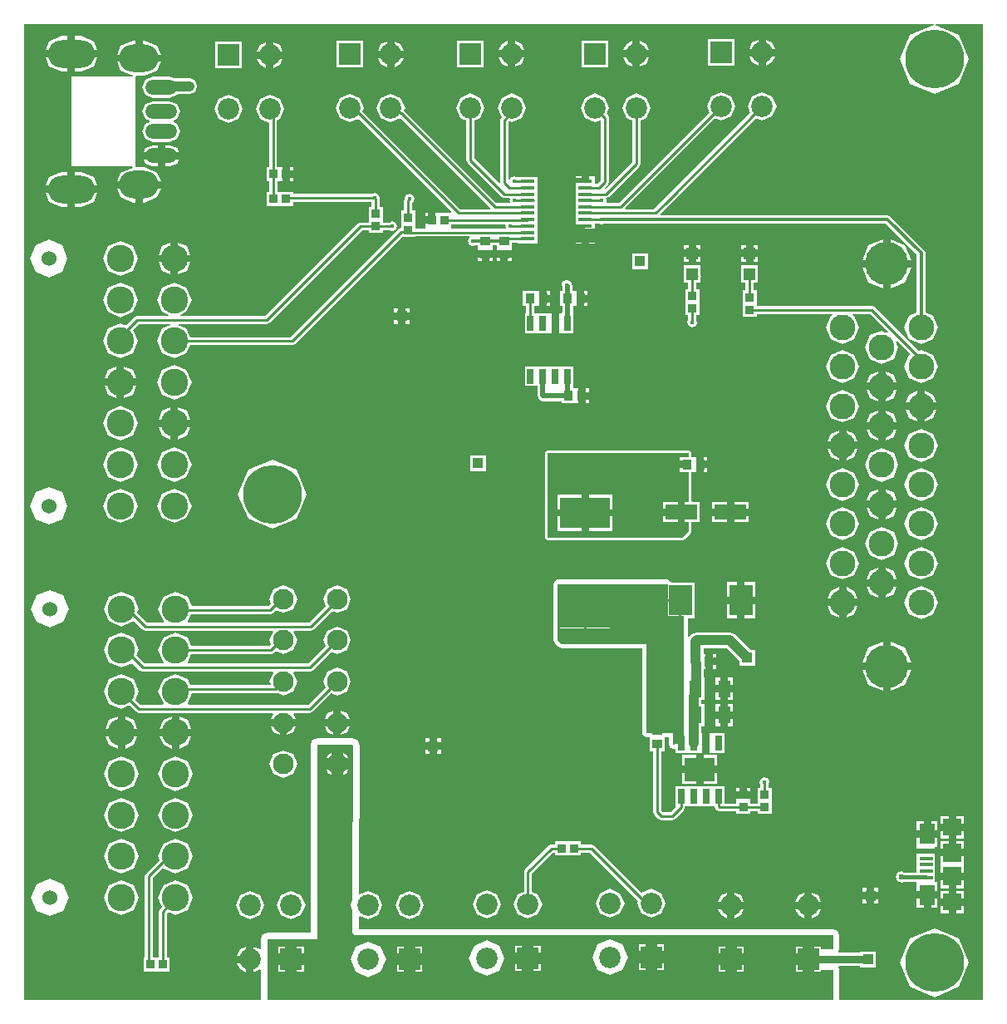
<source format=gtl>
%FSTAX23Y23*%
%MOIN*%
%SFA1B1*%

%IPPOS*%
%ADD13C,0.010000*%
%ADD14R,0.096460X0.124020*%
%ADD15R,0.025590X0.059060*%
%ADD16R,0.058070X0.017720*%
%ADD17R,0.200790X0.124020*%
%ADD18R,0.053150X0.015750*%
%ADD19R,0.062990X0.082680*%
%ADD20R,0.074800X0.070870*%
%ADD21R,0.074800X0.074800*%
%ADD22O,0.127950X0.059060*%
%ADD23R,0.122050X0.094490*%
%ADD24R,0.037400X0.033470*%
%ADD25R,0.047240X0.047240*%
%ADD26R,0.033470X0.037400*%
%ADD27R,0.125980X0.062990*%
%ADD28R,0.035430X0.039370*%
%ADD29R,0.039370X0.035430*%
%ADD30R,0.051180X0.070870*%
%ADD31R,0.025590X0.060040*%
%ADD64C,0.019680*%
%ADD65C,0.039370*%
%ADD66C,0.008000*%
%ADD67C,0.011810*%
%ADD68C,0.029530*%
%ADD69C,0.015750*%
%ADD70R,0.085630X0.085630*%
%ADD71C,0.085630*%
%ADD72R,0.043310X0.043310*%
%ADD73C,0.082680*%
%ADD74C,0.109250*%
%ADD75C,0.060040*%
%ADD76C,0.103350*%
%ADD77C,0.173030*%
%ADD78O,0.157480X0.110240*%
%ADD79O,0.188980X0.110240*%
%ADD80C,0.236220*%
%ADD81C,0.017720*%
%ADD82C,0.031500*%
%ADD83C,0.023620*%
%LNmainpcb-1*%
%LPD*%
G36*
X03856Y00008D02*
X0328D01*
Y00128*
X03276Y00139*
X03278Y00143*
X03363*
Y00138*
X03426*
Y00201*
X03363*
Y00196*
X03278*
X03276Y002*
X0328Y00211*
Y00266*
X03273Y00284*
X03255Y00291*
X01355*
X01351Y00295*
X01351Y0034*
X01356Y00343*
X01389Y00329*
X01429Y00346*
X01446Y00386*
X01429Y00426*
X01389Y00443*
X01356Y00429*
X01352Y00432*
X01355Y01027*
X01355Y01027*
X01355Y01027*
X01351Y01036*
X01348Y01045*
X01348Y01045*
X01348Y01045*
X01344Y01049*
X01344Y01049*
X01344Y01049*
X01335Y01053*
X01326Y01056*
X01326Y01056*
X01326Y01056*
X01185*
X01166Y01049*
X01159Y01031*
Y00276*
X00985*
X00966Y00269*
X00959Y00251*
Y00212*
X00954Y0021*
X00929Y00221*
Y0017*
Y00118*
X00954Y00129*
X00959Y00127*
Y00008*
X00008*
Y03921*
X03657*
X03658Y03916*
X03563Y03877*
X03522Y03779*
X03563Y03681*
X03661Y03641*
X03759Y03681*
X03799Y03779*
X03759Y03877*
X03663Y03916*
X03664Y03921*
X03856*
Y00008*
G37*
G36*
X0133Y01027D02*
X01326Y00408D01*
X01317Y00386*
X01326Y00365*
X01326Y00275*
X01335Y00266*
X03255*
Y00211*
X03205*
Y0022*
X03178*
Y0017*
Y00119*
X03205*
Y00128*
X03255*
Y00008*
X00985*
Y00165*
X00986Y0017*
X00985Y00174*
Y00251*
X01185*
Y01031*
X01326*
X0133Y01027*
G37*
%LNmainpcb-2*%
%LPC*%
G36*
X02985Y03857D02*
Y03821D01*
X03021*
X0301Y03846*
X02985Y03857*
G37*
G36*
X02955D02*
X02929Y03846D01*
X02919Y03821*
X02955*
Y03857*
G37*
G36*
X00237Y03872D02*
X00212D01*
Y03816*
X00301*
X00287Y03851*
X00237Y03872*
G37*
G36*
X00183D02*
X00158D01*
X00108Y03851*
X00094Y03816*
X00183*
Y03872*
G37*
G36*
X02479Y03852D02*
Y03816D01*
X02516*
X02505Y03841*
X02479Y03852*
G37*
G36*
X0245D02*
X02424Y03841D01*
X02413Y03816*
X0245*
Y03852*
G37*
G36*
X01979D02*
Y03816D01*
X02016*
X02005Y03841*
X01979Y03852*
G37*
G36*
X0195D02*
X01924Y03841D01*
X01913Y03816*
X0195*
Y03852*
G37*
G36*
X01494Y03851D02*
Y03814D01*
X01531*
X0152Y0384*
X01494Y03851*
G37*
G36*
X01465D02*
X01439Y0384D01*
X01428Y03814*
X01465*
Y03851*
G37*
G36*
X01009Y03847D02*
Y03811D01*
X01046*
X01035Y03836*
X01009Y03847*
G37*
G36*
X0098D02*
X00954Y03836D01*
X00943Y03811*
X0098*
Y03847*
G37*
G36*
X00493Y03854D02*
X00484D01*
Y03798*
X00557*
X00543Y03833*
X00493Y03854*
G37*
G36*
X00455D02*
X00446D01*
X00396Y03833*
X00382Y03798*
X00455*
Y03854*
G37*
G36*
X03021Y03791D02*
X02985D01*
Y03755*
X0301Y03766*
X03021Y03791*
G37*
G36*
X02955D02*
X02919D01*
X02929Y03766*
X02955Y03755*
Y03791*
G37*
G36*
X02857Y03859D02*
X02752D01*
Y03753*
X02857*
Y03859*
G37*
G36*
X02516Y03786D02*
X02479D01*
Y0375*
X02505Y03761*
X02516Y03786*
G37*
G36*
X0245D02*
X02413D01*
X02424Y03761*
X0245Y0375*
Y03786*
G37*
G36*
X02016D02*
X01979D01*
Y0375*
X02005Y03761*
X02016Y03786*
G37*
G36*
X0195D02*
X01913D01*
X01924Y03761*
X0195Y0375*
Y03786*
G37*
G36*
X01531Y03785D02*
X01494D01*
Y03748*
X0152Y03759*
X01531Y03785*
G37*
G36*
X01465D02*
X01428D01*
X01439Y03759*
X01465Y03748*
Y03785*
G37*
G36*
X02352Y03854D02*
X02246D01*
Y03748*
X02352*
Y03854*
G37*
G36*
X01852D02*
X01746D01*
Y03748*
X01852*
Y03854*
G37*
G36*
X01367Y03852D02*
X01261D01*
Y03747*
X01367*
Y03852*
G37*
G36*
X01046Y03781D02*
X01009D01*
Y03745*
X01035Y03756*
X01046Y03781*
G37*
G36*
X0098D02*
X00943D01*
X00954Y03756*
X0098Y03745*
Y03781*
G37*
G36*
X00882Y03849D02*
X00776D01*
Y03743*
X00882*
Y03849*
G37*
G36*
X00301Y03786D02*
X00212D01*
Y03731*
X00237*
X00287Y03751*
X00301Y03786*
G37*
G36*
X00183D02*
X00094D01*
X00108Y03751*
X00158Y03731*
X00183*
Y03786*
G37*
G36*
X00593Y0371D02*
X00524D01*
X00494Y03697*
X00482Y03667*
X00494Y03637*
X00524Y03625*
X00593*
X00623Y03637*
X00624Y03639*
X00671*
X00694Y03648*
X00703Y03671*
X00702Y03673*
X00702Y03675*
X00694Y03694*
X00675Y03702*
X00673Y03702*
X00671Y03703*
X0061*
X00593Y0371*
G37*
G36*
X0297Y03647D02*
X0293Y0363D01*
X02913Y0359*
X02923Y03565*
X02573Y03216*
X02535Y03178*
X02422*
X0242Y03182*
X0278Y03543*
X02805Y03533*
X02845Y03549*
X02862Y0359*
X02845Y0363*
X02805Y03647*
X02764Y0363*
X02748Y0359*
X02758Y03565*
X02396Y03203*
X02347*
X02344Y03208*
X02346Y03213*
X02344Y03218*
X02343Y03222*
X02355Y03227*
X02476Y03348*
X02481Y0336*
Y03534*
X02505Y03544*
X02522Y03585*
X02505Y03625*
X02465Y03642*
X02424Y03625*
X02408Y03585*
X02424Y03544*
X02448Y03534*
Y03366*
X0234Y03257*
X02339Y03258*
X02337Y03263*
X02351Y03276*
X02356Y03288*
Y03544*
X02351Y03556*
X02346Y0356*
X02356Y03585*
X02339Y03625*
X02299Y03642*
X02259Y03625*
X02242Y03585*
X02259Y03544*
X02299Y03528*
X02318Y03535*
X02323Y03532*
Y03294*
X02309Y0328*
X02299*
Y03309*
X02275*
Y0329*
X0226*
Y03283*
X02221*
Y03275*
X02221*
Y03271*
X02221*
Y03245*
Y0322*
Y03194*
Y03169*
Y03129*
X02221*
Y03125*
X02221*
Y03117*
X0226*
Y031*
X02299*
Y0312*
X02316*
X02326Y03116*
X02334Y03119*
X03466*
X0359Y02995*
Y02763*
X0356Y0275*
X0354Y02703*
X0356Y02656*
X03607Y02637*
X03654Y02656*
X03674Y02703*
X03654Y0275*
X03624Y02763*
Y03002*
X03619Y03014*
X03485Y03148*
X03473Y03153*
X02563*
X02561Y03158*
X02596Y03193*
X02946Y03543*
X0297Y03533*
X0301Y03549*
X03027Y0359*
X0301Y0363*
X0297Y03647*
G37*
G36*
X00829Y03637D02*
X00789Y0362D01*
X00772Y0358*
X00789Y03539*
X00829Y03523*
X00869Y03539*
X00886Y0358*
X00869Y0362*
X00829Y03637*
G37*
G36*
X00593Y03611D02*
X00524D01*
X00494Y03599*
X00482Y03569*
X00494Y03539*
X00511Y03532*
Y03527*
X00494Y0352*
X00482Y0349*
X00494Y0346*
X00524Y03448*
X00593*
X00623Y0346*
X00636Y0349*
X00623Y0352*
X00607Y03527*
Y03532*
X00623Y03539*
X00636Y03569*
X00623Y03599*
X00593Y03611*
G37*
G36*
Y03434D02*
X00574D01*
Y03406*
X0063*
X00624Y03422*
X00593Y03434*
G37*
G36*
X00544D02*
X00524D01*
X00494Y03422*
X00488Y03406*
X00544*
Y03434*
G37*
G36*
X0063Y03377D02*
X00574D01*
Y03349*
X00593*
X00624Y03361*
X0063Y03377*
G37*
G36*
X00544D02*
X00488D01*
X00494Y03361*
X00524Y03349*
X00544*
Y03377*
G37*
G36*
X01087Y03348D02*
X01075D01*
Y03334*
X01087*
Y03348*
G37*
G36*
X02245Y03309D02*
X02221D01*
Y03304*
X02245*
Y03309*
G37*
G36*
X01087Y03305D02*
X01075D01*
Y03291*
X01087*
Y03305*
G37*
G36*
X00557Y03769D02*
X0047D01*
X00382*
X00396Y03734*
X00444Y03714*
X00443Y03709*
X00198*
Y0335*
X00443*
X00444Y03345*
X00396Y03325*
X00382Y0329*
X0047*
X00557*
X00543Y03325*
X00493Y03346*
X00457*
X00456Y0335*
Y03351*
Y03708*
Y03709*
X00457Y03713*
X00493*
X00543Y03734*
X00557Y03769*
G37*
G36*
X01965Y03642D02*
X01924Y03625D01*
X01908Y03585*
X01924Y03546*
X01923Y03545*
X01918Y03534*
Y03285*
X01916Y03284*
X01914Y03283*
X01815Y03382*
Y03534*
X01839Y03544*
X01856Y03585*
X01839Y03625*
X01799Y03642*
X01759Y03625*
X01742Y03585*
X01759Y03544*
X01783Y03534*
Y03375*
X01788Y03363*
X01924Y03227*
X01936Y03222*
X01955*
X01958Y03218*
X01956Y03213*
X01958Y03208*
X01955Y03203*
X01903*
X01533Y03574*
X01537Y03583*
X0152Y03623*
X0148Y0364*
X01439Y03623*
X01423Y03583*
X01439Y03543*
X0148Y03526*
X01519Y03542*
X01879Y03182*
X01877Y03178*
X01759*
X01366Y03571*
X01371Y03583*
X01354Y03623*
X01314Y0364*
X01274Y03623*
X01257Y03583*
X01274Y03543*
X01314Y03526*
X0135Y03541*
X01722Y03169*
X01722Y03168*
X01718Y03163*
X01717*
X01671*
Y03163*
X01659*
Y03135*
X01644*
Y0312*
X01617*
Y03106*
X01617Y03101*
X01578*
Y03119*
Y03172*
X01566*
Y03204*
X01569Y03205*
X01575Y0322*
X01569Y03234*
X01555Y0324*
X0154Y03234*
X01534Y0322*
X01535Y03217*
X01533Y03212*
Y03172*
X01521*
Y03119*
Y03102*
X0151Y03098*
X01077Y02665*
X00674*
X0066Y02699*
X00626Y02714*
X00627Y02718*
X00983*
Y02718*
X00994Y02723*
X01364Y03093*
X01391*
Y03082*
X01448*
Y03093*
X01475*
X01485Y03089*
X01499Y03095*
X01505Y03109*
X01499Y03123*
X01485Y03129*
X01475Y03125*
X01448*
Y03187*
X01436*
Y03217*
X01434Y03221*
X01435Y03224*
X0143Y03238*
X01415Y03244*
X01405Y0324*
X01087*
Y03248*
X01026*
Y03291*
X01033*
Y03291*
X01045*
Y0332*
Y03348*
X01033*
Y03348*
X01023*
Y03534*
X01035Y03539*
X01052Y0358*
X01035Y0362*
X00995Y03637*
X00954Y0362*
X00938Y0358*
X00954Y03539*
X00991Y03524*
Y03348*
X00982*
Y03291*
X00993*
Y03248*
X00982*
Y03191*
X01087*
Y03208*
X01403*
Y03187*
X01391*
Y03125*
X01357*
X01346Y0312*
X00976Y02751*
X00636*
X00635Y02755*
X0066Y02766*
X00681Y02815*
X0066Y02865*
X00611Y02885*
X00562Y02865*
X00541Y02815*
X00562Y02766*
X00587Y02755*
X00586Y02751*
X00463*
X00452Y02746*
X00417Y0271*
X00395Y0272*
X00345Y02699*
X00325Y0265*
X00345Y02601*
X00395Y0258*
X00444Y02601*
X00464Y0265*
X00446Y02694*
X0047Y02718*
X00595*
X00596Y02714*
X00562Y02699*
X00541Y0265*
X00562Y02601*
X00611Y0258*
X0066Y02601*
X00674Y02633*
X01084*
X01096Y02638*
X01525Y03067*
X01578*
Y03069*
X01795*
X01796Y03064*
X01795Y03064*
X01789Y0305*
X01795Y03035*
X0181Y03029*
X01821Y03034*
X0183*
Y03026*
X0183*
Y03013*
X0186*
X01889*
Y03026*
X01889*
Y03034*
X01905*
Y03026*
X01905*
Y03013*
X01935*
X01964*
Y03026*
X01964*
Y03043*
X0199*
Y03041*
X02068*
Y03066*
Y03092*
Y03117*
Y03143*
Y03169*
Y03194*
Y0322*
Y03245*
Y03271*
Y03308*
X0199*
Y03306*
X01984*
X01975Y0331*
X0196Y03304*
X01957Y03297*
X01951Y03295*
X01951Y03295*
Y03527*
X01955Y03532*
X01965Y03528*
X02005Y03544*
X02022Y03585*
X02005Y03625*
X01965Y03642*
G37*
G36*
X00237Y03328D02*
X00212D01*
Y03273*
X00301*
X00287Y03308*
X00237Y03328*
G37*
G36*
X00183D02*
X00158D01*
X00108Y03308*
X00094Y03273*
X00183*
Y03328*
G37*
G36*
X00557Y03261D02*
X00484D01*
Y03205*
X00493*
X00543Y03226*
X00557Y03261*
G37*
G36*
X00455D02*
X00382D01*
X00396Y03226*
X00446Y03205*
X00455*
Y03261*
G37*
G36*
X00301Y03243D02*
X00212D01*
Y03187*
X00237*
X00287Y03208*
X00301Y03243*
G37*
G36*
X00183D02*
X00094D01*
X00108Y03208*
X00158Y03187*
X00183*
Y03243*
G37*
G36*
X01629Y03163D02*
X01617D01*
Y03149*
X01629*
Y03163*
G37*
G36*
X02299Y03045D02*
X02275D01*
Y0304*
X02299*
Y03045*
G37*
G36*
X02245D02*
X02221D01*
Y0304*
X02245*
Y03045*
G37*
G36*
X02723Y03034D02*
X02704D01*
Y03016*
X02723*
Y03034*
G37*
G36*
X02953D02*
X02934D01*
Y03016*
X02953*
Y03034*
G37*
G36*
X02675D02*
X02656D01*
Y03016*
X02675*
Y03034*
G37*
G36*
X02905D02*
X02886D01*
Y03016*
X02905*
Y03034*
G37*
G36*
X00626Y03044D02*
Y02995D01*
X00675*
X00661Y0303*
X00626Y03044*
G37*
G36*
X00596D02*
X00562Y0303D01*
X00547Y02995*
X00596*
Y03044*
G37*
G36*
X03484Y03058D02*
Y02974D01*
X03568*
X03543Y03033*
X03484Y03058*
G37*
G36*
X03454D02*
X03395Y03033D01*
X03371Y02974*
X03454*
Y03058*
G37*
G36*
X01964Y02983D02*
X01949D01*
Y0297*
X01964*
Y02983*
G37*
G36*
X0192D02*
X01905D01*
Y0297*
X0192*
Y02983*
G37*
G36*
X01889D02*
X01874D01*
Y0297*
X01889*
Y02983*
G37*
G36*
X01845D02*
X0183D01*
Y0297*
X01845*
Y02983*
G37*
G36*
X02953Y02986D02*
X02934D01*
Y02967*
X02953*
Y02986*
G37*
G36*
X02905D02*
X02886D01*
Y02967*
X02905*
Y02986*
G37*
G36*
X02723D02*
X02704D01*
Y02967*
X02723*
Y02986*
G37*
G36*
X02675D02*
X02656D01*
Y02967*
X02675*
Y02986*
G37*
G36*
X02511Y03001D02*
X02448D01*
Y02938*
X02511*
Y03001*
G37*
G36*
X00596Y02966D02*
X00547D01*
X00562Y02931*
X00596Y02917*
Y02966*
G37*
G36*
X00675D02*
X00626D01*
Y02917*
X00661Y02931*
X00675Y02966*
G37*
G36*
X00395Y0305D02*
X00345Y0303D01*
X00325Y02981*
X00345Y02931*
X00395Y02911*
X00444Y02931*
X00464Y02981*
X00444Y0303*
X00395Y0305*
G37*
G36*
X00107Y03056D02*
X00054Y03034D01*
X00031Y02981*
X00054Y02927*
X00107Y02905*
X00161Y02927*
X00183Y02981*
X00161Y03034*
X00107Y03056*
G37*
G36*
X03568Y02944D02*
X03484D01*
Y02861*
X03543Y02885*
X03568Y02944*
G37*
G36*
X03454D02*
X03371D01*
X03395Y02885*
X03454Y02861*
Y02944*
G37*
G36*
X02269Y02849D02*
X02256D01*
Y02834*
X02269*
Y02849*
G37*
G36*
X02119D02*
X02106D01*
Y02834*
X02119*
Y02849*
G37*
G36*
X02269Y02805D02*
X02256D01*
Y0279*
X02269*
Y02805*
G37*
G36*
X02119D02*
X02106D01*
Y0279*
X02119*
Y02805*
G37*
G36*
X02076Y02849D02*
X02063D01*
Y02849*
X0201*
Y0279*
X02023*
Y0276*
X02017*
Y02681*
X02062*
X02062*
X02067*
X02067*
X02112*
X02117Y02681*
X02117*
X02125*
Y02721*
Y0276*
X02117*
X02117*
X02112Y0276*
X02067*
X02067*
X02062*
X02062*
X02056*
Y0279*
X02063*
Y0279*
X02076*
Y0282*
Y02849*
G37*
G36*
X01556Y02781D02*
X01539D01*
Y02764*
X01556*
Y02781*
G37*
G36*
X0151D02*
X01493D01*
Y02764*
X0151*
Y02781*
G37*
G36*
X02185Y02895D02*
X0217Y02889D01*
X02164Y02875*
X02167Y02869*
Y02849*
X0216*
Y0279*
X02168*
Y02765*
X02163Y0276*
X02162Y0276*
X02162*
X02154*
Y02721*
Y02681*
X02162*
X02162*
X02167Y02681*
X02212*
Y0276*
X02211*
Y02786*
X02213Y0279*
X02226*
Y0282*
Y02849*
X02213*
X02209Y02851*
Y02871*
X02203Y02886*
X02199Y02888*
X02199Y02889*
X02185Y02895*
G37*
G36*
X00395Y02885D02*
X00345Y02865D01*
X00325Y02815*
X00345Y02766*
X00395Y02745*
X00444Y02766*
X00464Y02815*
X00444Y02865*
X00395Y02885*
G37*
G36*
X01556Y02735D02*
X01539D01*
Y02718*
X01556*
Y02735*
G37*
G36*
X0151D02*
X01493D01*
Y02718*
X0151*
Y02735*
G37*
G36*
X02723Y02952D02*
X02656D01*
Y02885*
X02673*
Y02857*
X02661*
Y02804*
Y02752*
X02673*
Y02735*
X02669Y02725*
X02675Y0271*
X0269Y02704*
X02704Y0271*
X0271Y02725*
X02706Y02735*
Y02752*
X02718*
Y02804*
Y02857*
X02706*
Y02885*
X02723*
Y02907*
X02724Y0291*
X02723Y02912*
Y02952*
G37*
G36*
X02953D02*
X02886D01*
Y02885*
X02903*
Y02852*
X02891*
Y02799*
Y02747*
X02948*
Y02758*
X03252*
X03253Y02754*
X03245Y0275*
X03225Y02703*
X03245Y02656*
X03292Y02637*
X03339Y02656*
X03359Y02703*
X03339Y0275*
X03331Y02754*
X03332Y02758*
X03403*
X03476Y02686*
X03473Y02681*
X0345Y02691*
X03402Y02672*
X03383Y02625*
X03402Y02577*
X0345Y02558*
X03497Y02577*
X03516Y02625*
X03506Y02648*
X03511Y02651*
X03563Y02599*
X03562Y02594*
X0356Y02593*
X0354Y02546*
X0356Y02499*
X03607Y02479*
X03654Y02499*
X03674Y02546*
X03654Y02593*
X03607Y02612*
X03598Y02609*
X03421Y02786*
X0341Y02791*
Y02791*
X02948*
Y02852*
X02936*
Y02885*
X02953*
Y02952*
G37*
G36*
X02167Y02548D02*
X02162D01*
X02162*
X02117*
X02117*
X02112*
X02112*
X02067*
X02067*
X02062*
X02062*
X02017*
Y02469*
X02062*
X02062*
X02067*
X02068Y02464*
Y0243*
X02074Y02414*
X0209Y02408*
X02165*
Y024*
X02218*
Y024*
X02231*
Y0243*
X02246*
X02231*
Y02459*
X02218*
Y02459*
X02211*
Y02469*
X02212*
Y02548*
X02167*
X02167*
G37*
G36*
X00409Y02548D02*
Y02499D01*
X00458*
X00444Y02534*
X00409Y02548*
G37*
G36*
X0038D02*
X00345Y02534D01*
X00331Y02499*
X0038*
Y02548*
G37*
G36*
X03464Y02528D02*
Y02482D01*
X0351*
X03497Y02514*
X03464Y02528*
G37*
G36*
X03435D02*
X03402Y02514D01*
X03389Y02482*
X03435*
Y02528*
G37*
G36*
X03292Y02612D02*
X03245Y02593D01*
X03225Y02546*
X03245Y02499*
X03292Y02479*
X03339Y02499*
X03359Y02546*
X03339Y02593*
X03292Y02612*
G37*
G36*
X02274Y02459D02*
X02261D01*
Y02444*
X02274*
Y02459*
G37*
G36*
X00458Y0247D02*
X00409D01*
Y02421*
X00444Y02435*
X00458Y0247*
G37*
G36*
X0038D02*
X00331D01*
X00345Y02435*
X0038Y02421*
Y0247*
G37*
G36*
X00611Y02554D02*
X00562Y02534D01*
X00541Y02485*
X00562Y02435*
X00611Y02415*
X0066Y02435*
X00681Y02485*
X0066Y02534*
X00611Y02554*
G37*
G36*
X03435Y02452D02*
X03389D01*
X03402Y0242*
X03435Y02406*
Y02452*
G37*
G36*
X0351D02*
X03464D01*
Y02406*
X03497Y0242*
X0351Y02452*
G37*
G36*
X03622Y02449D02*
Y02403D01*
X03668*
X03654Y02435*
X03622Y02449*
G37*
G36*
X03592D02*
X0356Y02435D01*
X03546Y02403*
X03592*
Y02449*
G37*
G36*
X02274Y02415D02*
X02261D01*
Y024*
X02274*
Y02415*
G37*
G36*
X00626Y02383D02*
Y02334D01*
X00675*
X00661Y02369*
X00626Y02383*
G37*
G36*
X00596D02*
X00562Y02369D01*
X00547Y02334*
X00596*
Y02383*
G37*
G36*
X03668Y02374D02*
X03622D01*
Y02328*
X03654Y02341*
X03668Y02374*
G37*
G36*
X03592D02*
X03546D01*
X0356Y02341*
X03592Y02328*
Y02374*
G37*
G36*
X03464Y0237D02*
Y02324D01*
X0351*
X03497Y02357*
X03464Y0237*
G37*
G36*
X03435D02*
X03402Y02357D01*
X03389Y02324*
X03435*
Y0237*
G37*
G36*
X03292Y02455D02*
X03245Y02435D01*
X03225Y02388*
X03245Y02341*
X03292Y02322*
X03339Y02341*
X03359Y02388*
X03339Y02435*
X03292Y02455*
G37*
G36*
X00675Y02304D02*
X00626D01*
Y02255*
X00661Y0227*
X00675Y02304*
G37*
G36*
X00596D02*
X00547D01*
X00562Y0227*
X00596Y02255*
Y02304*
G37*
G36*
X00395Y02389D02*
X00345Y02368D01*
X00325Y02319*
X00345Y0227*
X00395Y02249*
X00444Y0227*
X00464Y02319*
X00444Y02368*
X00395Y02389*
G37*
G36*
X0351Y02295D02*
X03464D01*
Y02249*
X03497Y02262*
X0351Y02295*
G37*
G36*
X03435D02*
X03389D01*
X03402Y02262*
X03435Y02249*
Y02295*
G37*
G36*
X03307Y02291D02*
Y02246D01*
X03353*
X03339Y02278*
X03307Y02291*
G37*
G36*
X03277D02*
X03245Y02278D01*
X03231Y02246*
X03277*
Y02291*
G37*
G36*
Y02216D02*
X03231D01*
X03245Y02184*
X03277Y0217*
Y02216*
G37*
G36*
X03353D02*
X03307D01*
Y0217*
X03339Y02184*
X03353Y02216*
G37*
G36*
X02749Y02184D02*
X02736D01*
Y02169*
X02749*
Y02184*
G37*
G36*
X03607Y02297D02*
X0356Y02278D01*
X0354Y02231*
X0356Y02184*
X03607Y02164*
X03654Y02184*
X03674Y02231*
X03654Y02278*
X03607Y02297*
G37*
G36*
X01861Y02191D02*
X01798D01*
Y02128*
X01861*
Y02191*
G37*
G36*
X02749Y0214D02*
X02736D01*
Y02125*
X02749*
Y0214*
G37*
G36*
X02675Y0221D02*
X0211D01*
X02102Y02207*
X02099Y022*
Y0186*
X02102Y01852*
X0211Y01849*
X0265*
X02658Y01852*
X02682Y01876*
X02685Y01884*
Y01922*
X02685Y01922*
X02718*
Y02004*
X0269*
X02685Y02009*
Y02125*
X02685Y02125*
X02693*
Y02125*
X02706*
Y02155*
Y02184*
X02693*
Y02184*
X02685*
X02685Y02184*
Y022*
X02682Y02207*
X02675Y0221*
G37*
G36*
X0345Y02219D02*
X03402Y02199D01*
X03383Y02152*
X03402Y02105*
X0345Y02085*
X03497Y02105*
X03516Y02152*
X03497Y02199*
X0345Y02219*
G37*
G36*
X00611Y02224D02*
X00562Y02203D01*
X00541Y02154*
X00562Y02104*
X00611Y02084*
X0066Y02104*
X00681Y02154*
X0066Y02203*
X00611Y02224*
G37*
G36*
X00395D02*
X00345Y02203D01*
X00325Y02154*
X00345Y02104*
X00395Y02084*
X00444Y02104*
X00464Y02154*
X00444Y02203*
X00395Y02224*
G37*
G36*
X03464Y02055D02*
Y02009D01*
X0351*
X03497Y02042*
X03464Y02055*
G37*
G36*
X03435D02*
X03402Y02042D01*
X03389Y02009*
X03435*
Y02055*
G37*
G36*
X03607Y0214D02*
X0356Y0212D01*
X0354Y02073*
X0356Y02026*
X03607Y02007*
X03654Y02026*
X03674Y02073*
X03654Y0212*
X03607Y0214*
G37*
G36*
X03292D02*
X03245Y0212D01*
X03225Y02073*
X03245Y02026*
X03292Y02007*
X03339Y02026*
X03359Y02073*
X03339Y0212*
X03292Y0214*
G37*
G36*
X02915Y02005D02*
X02857D01*
Y01978*
X02915*
Y02005*
G37*
G36*
X02828D02*
X02769D01*
Y01978*
X02828*
Y02005*
G37*
G36*
X0351Y0198D02*
X03464D01*
Y01934*
X03497Y01947*
X0351Y0198*
G37*
G36*
X03435D02*
X03389D01*
X03402Y01947*
X03435Y01934*
Y0198*
G37*
G36*
X02915Y01948D02*
X02857D01*
Y01922*
X02915*
Y01948*
G37*
G36*
X02828D02*
X02769D01*
Y01922*
X02828*
Y01948*
G37*
G36*
X00611Y02058D02*
X00562Y02038D01*
X00541Y01988*
X00562Y01939*
X00611Y01919*
X0066Y01939*
X00681Y01988*
X0066Y02038*
X00611Y02058*
G37*
G36*
X00395D02*
X00345Y02038D01*
X00325Y01988*
X00345Y01939*
X00395Y01919*
X00444Y01939*
X00464Y01988*
X00444Y02038*
X00395Y02058*
G37*
G36*
X00107Y02064D02*
X00054Y02042D01*
X00031Y01988*
X00054Y01935*
X00107Y01913*
X00161Y01935*
X00183Y01988*
X00161Y02042*
X00107Y02064*
G37*
G36*
X01005Y02173D02*
X00907Y02132D01*
X00866Y02035*
X00907Y01937*
X01005Y01896*
X01102Y01937*
X01143Y02035*
X01102Y02132*
X01005Y02173*
G37*
G36*
X03607Y01982D02*
X0356Y01963D01*
X0354Y01916*
X0356Y01869*
X03607Y01849*
X03654Y01869*
X03674Y01916*
X03654Y01963*
X03607Y01982*
G37*
G36*
X03292D02*
X03245Y01963D01*
X03225Y01916*
X03245Y01869*
X03292Y01849*
X03339Y01869*
X03359Y01916*
X03339Y01963*
X03292Y01982*
G37*
G36*
X0345Y01904D02*
X03402Y01884D01*
X03383Y01837*
X03402Y0179*
X0345Y01771*
X03497Y0179*
X03516Y01837*
X03497Y01884*
X0345Y01904*
G37*
G36*
X03464Y0174D02*
Y01694D01*
X0351*
X03497Y01727*
X03464Y0174*
G37*
G36*
X03435D02*
X03402Y01727D01*
X03389Y01694*
X03435*
Y0174*
G37*
G36*
X03607Y01825D02*
X0356Y01805D01*
X0354Y01758*
X0356Y01711*
X03607Y01692*
X03654Y01711*
X03674Y01758*
X03654Y01805*
X03607Y01825*
G37*
G36*
X03292D02*
X03245Y01805D01*
X03225Y01758*
X03245Y01711*
X03292Y01692*
X03339Y01711*
X03359Y01758*
X03339Y01805*
X03292Y01825*
G37*
G36*
X02943Y01682D02*
X029D01*
Y01624*
X02943*
Y01682*
G37*
G36*
X0287D02*
X02827D01*
Y01624*
X0287*
Y01682*
G37*
G36*
X0351Y01665D02*
X03464D01*
Y01619*
X03497Y01632*
X0351Y01665*
G37*
G36*
X03435D02*
X03389D01*
X03402Y01632*
X03435Y01619*
Y01665*
G37*
G36*
X03307Y01662D02*
Y01616D01*
X03353*
X03339Y01648*
X03307Y01662*
G37*
G36*
X03277D02*
X03245Y01648D01*
X03231Y01616*
X03277*
Y01662*
G37*
G36*
X01265Y0167D02*
X01226Y01654D01*
X01209Y01615*
X0122Y01588*
X01153Y01521*
X00665*
X00664Y01525*
X00665Y01526*
X00677Y01553*
X00994*
X01006Y01558*
X01019Y01571*
X01048Y01559*
X01088Y01575*
X01104Y01615*
X01088Y01654*
X01048Y0167*
X01009Y01654*
X00993Y01615*
X01Y01598*
X00988Y01586*
X00682*
X00665Y01625*
X00616Y01645*
X00567Y01625*
X00546Y01575*
X00567Y01526*
X00568Y01525*
X00567Y01521*
X00501*
X00463Y01559*
X00469Y01575*
X00449Y01625*
X004Y01645*
X0035Y01625*
X0033Y01575*
X0035Y01526*
X004Y01505*
X00449Y01526*
X0045Y01526*
X00483Y01493*
X00495Y01488*
X01004*
X01007Y01483*
X00993Y01449*
X01Y01432*
X00993Y01426*
X00679*
X00665Y01459*
X00616Y0148*
X00567Y01459*
X00546Y0141*
X00567Y01361*
X00567Y0136*
X00566Y01356*
X00491*
X0046Y01387*
X00469Y0141*
X00449Y01459*
X004Y0148*
X0035Y01459*
X0033Y0141*
X0035Y01361*
X004Y0134*
X00443Y01358*
X00473Y01328*
X00485Y01323*
X01004*
X01007Y01318*
X00993Y01284*
X00998Y01273*
X00995Y01269*
X00676*
X00665Y01294*
X00616Y01314*
X00567Y01294*
X00546Y01245*
X00567Y01196*
X00565Y01191*
X00476*
X00456Y01211*
X00469Y01245*
X00449Y01294*
X004Y01314*
X0035Y01294*
X0033Y01245*
X0035Y01195*
X004Y01175*
X00433Y01189*
X00458Y01163*
X0047Y01158*
X01004*
X01007Y01153*
X00999Y01133*
X01048*
X01098*
X01089Y01153*
X01093Y01158*
X01155*
X01166Y01163*
X01241Y01238*
X01265Y01228*
X01304Y01245*
X0132Y01284*
X01304Y01323*
X01265Y01339*
X01226Y01323*
X01209Y01284*
X01219Y01261*
X01148Y01191*
X00667*
X00666Y01196*
X00682Y01236*
X01017*
X01017*
X01023Y01239*
X01048Y01228*
X01088Y01245*
X01104Y01284*
X01089Y01318*
X01093Y01323*
X01156*
X01167Y01328*
X01242Y01403*
X01265Y01394*
X01304Y0141*
X0132Y01449*
X01304Y01488*
X01265Y01505*
X01226Y01488*
X01209Y01449*
X01219Y01426*
X01149Y01356*
X00666*
X00665Y0136*
X00665Y01361*
X00679Y01393*
X01*
X01011Y01398*
X01019Y01406*
X01048Y01394*
X01088Y0141*
X01104Y01449*
X0109Y01483*
X01093Y01488*
X0116*
X01171Y01493*
X01245Y01567*
X01265Y01559*
X01304Y01575*
X0132Y01615*
X01304Y01654*
X01265Y0167*
G37*
G36*
X03277Y01586D02*
X03231D01*
X03245Y01554*
X03277Y0154*
Y01586*
G37*
G36*
X03353D02*
X03307D01*
Y0154*
X03339Y01554*
X03353Y01586*
G37*
G36*
X02943Y01595D02*
X029D01*
Y01537*
X02943*
Y01595*
G37*
G36*
X0287D02*
X02827D01*
Y01537*
X0287*
Y01595*
G37*
G36*
X03607Y01667D02*
X0356Y01648D01*
X0354Y01601*
X0356Y01554*
X03607Y01534*
X03654Y01554*
X03674Y01601*
X03654Y01648*
X03607Y01667*
G37*
G36*
X00112Y01651D02*
X00059Y01629D01*
X00036Y01575*
X00059Y01522*
X00112Y015*
X00166Y01522*
X00188Y01575*
X00166Y01629*
X00112Y01651*
G37*
G36*
X02784Y01394D02*
X02771D01*
Y01379*
X02784*
Y01394*
G37*
G36*
X03484Y01443D02*
Y0136D01*
X03568*
X03543Y01419*
X03484Y01443*
G37*
G36*
X03454D02*
X03395Y01419D01*
X03371Y0136*
X03454*
Y01443*
G37*
G36*
X02589Y01692D02*
X0215D01*
X02137Y01687*
X02132Y01675*
Y0145*
X02137Y01437*
X02152Y01422*
X02165Y01417*
X02487Y01417*
Y01078*
X02492Y01066*
X02505Y01061*
X0252*
Y01005*
X02533*
Y0076*
X02533*
X02538Y00748*
X02553Y00733*
X02565Y00728*
Y00728*
X0261*
Y00728*
X02621Y00733*
X02655Y00768*
X0266Y00779*
Y00785*
X02666*
X02667*
X02671*
X02672*
X02716*
X02717*
X02721*
X02722*
X02766*
X02767*
X02771*
X02772*
X02778*
X02783Y00773*
X02788Y00768*
X028Y00763*
X02865*
Y00752*
X02922*
Y00763*
X02951*
Y00752*
X03008*
Y00804*
Y00857*
X02996*
Y00869*
X03Y0088*
X02994Y00894*
X0298Y009*
X02965Y00894*
X02959Y0088*
X02963Y00869*
Y00857*
X02951*
Y00795*
X02922*
Y00803*
X02923*
Y00815*
X02865*
Y00803*
X02865*
Y00795*
X02817*
Y00864*
X02772*
X02771*
X02767*
X02766*
X02722*
X02721*
X02717*
X02716*
X02672*
X02671*
X02667*
X02666*
X02621*
Y00785*
X02623Y00781*
X02603Y00761*
X02571*
X02566Y00766*
Y01005*
X02579*
Y01061*
X02594*
Y01033*
X02599Y01021*
X02602Y01017*
X02615Y01012*
X02617Y01014*
X02621Y01011*
Y00998*
X02667*
X02671*
X02672*
X02716*
X02721Y00998*
X02721*
X02729*
Y01038*
Y01078*
X02726*
Y01104*
X02738*
Y01195*
X02726*
Y01209*
X02738*
Y013*
X02736*
Y01335*
X02741*
Y01365*
Y01394*
X02735*
Y01418*
X02826*
X02878Y01366*
Y01348*
X02908*
X0291Y01348*
X02911Y01348*
X02941*
Y01378*
X02941Y0138*
X02941Y01381*
Y01411*
X02923*
X02862Y01472*
X0284Y01481*
X02709*
X02686Y01472*
X0268Y01467*
X02676Y01457*
X02672Y01458*
Y01538*
X02699*
Y01681*
X02606*
X02605Y01684*
X02604Y01684*
X02603Y01685*
X026Y01688*
X02594Y01689*
X02589Y01692*
G37*
G36*
X02784Y0135D02*
X02771D01*
Y01335*
X02784*
Y0135*
G37*
G36*
X02852Y013D02*
X02831D01*
Y01269*
X02852*
Y013*
G37*
G36*
X02802D02*
X02781D01*
Y01269*
X02802*
Y013*
G37*
G36*
X03568Y0133D02*
X03484D01*
Y01247*
X03543Y01271*
X03568Y0133*
G37*
G36*
X03454D02*
X03371D01*
X03395Y01271*
X03454Y01247*
Y0133*
G37*
G36*
X02852Y0124D02*
X02831D01*
Y01209*
X02852*
Y0124*
G37*
G36*
X02802D02*
X02781D01*
Y01209*
X02802*
Y0124*
G37*
G36*
X02852Y01195D02*
X02831D01*
Y01164*
X02852*
Y01195*
G37*
G36*
X02802D02*
X02781D01*
Y01164*
X02802*
Y01195*
G37*
G36*
X0128Y01168D02*
Y01133D01*
X01314*
X01304Y01158*
X0128Y01168*
G37*
G36*
X0125D02*
X01226Y01158D01*
X01215Y01133*
X0125*
Y01168*
G37*
G36*
X02852Y01135D02*
X02831D01*
Y01104*
X02852*
Y01135*
G37*
G36*
X02802D02*
X02781D01*
Y01104*
X02802*
Y01135*
G37*
G36*
X00631Y01143D02*
Y01094D01*
X0068*
X00666Y01129*
X00631Y01143*
G37*
G36*
X00414D02*
Y01094D01*
X00463*
X00449Y01129*
X00414Y01143*
G37*
G36*
X00601D02*
X00567Y01129D01*
X00552Y01094*
X00601*
Y01143*
G37*
G36*
X00385D02*
X0035Y01129D01*
X00336Y01094*
X00385*
Y01143*
G37*
G36*
X01314Y01104D02*
X0128D01*
Y01069*
X01304Y01079*
X01314Y01104*
G37*
G36*
X01098D02*
X01063D01*
Y01069*
X01088Y01079*
X01098Y01104*
G37*
G36*
X0125D02*
X01215D01*
X01226Y01079*
X0125Y01069*
Y01104*
G37*
G36*
X01034D02*
X00999D01*
X01009Y01079*
X01034Y01069*
Y01104*
G37*
G36*
X01681Y01056D02*
X01664D01*
Y01039*
X01681*
Y01056*
G37*
G36*
X01635D02*
X01618D01*
Y01039*
X01635*
Y01056*
G37*
G36*
X0068Y01064D02*
X00631D01*
Y01015*
X00666Y0103*
X0068Y01064*
G37*
G36*
X00463D02*
X00414D01*
Y01015*
X00449Y0103*
X00463Y01064*
G37*
G36*
X00601D02*
X00552D01*
X00567Y0103*
X00601Y01015*
Y01064*
G37*
G36*
X00385D02*
X00336D01*
X0035Y0103*
X00385Y01015*
Y01064*
G37*
G36*
X02767Y01078D02*
X02766D01*
X02759*
Y01038*
Y00998*
X02766*
X02767*
X02772Y00998*
X02817*
Y01078*
X02772*
X02767Y01078*
G37*
G36*
X01681Y0101D02*
X01664D01*
Y00993*
X01681*
Y0101*
G37*
G36*
X01635D02*
X01618D01*
Y00993*
X01635*
Y0101*
G37*
G36*
X0279Y00989D02*
X02734D01*
Y00946*
X0279*
Y00989*
G37*
G36*
X02704D02*
X02648D01*
Y00946*
X02704*
Y00989*
G37*
G36*
X01048Y01008D02*
X01009Y00992D01*
X00993Y00953*
X01009Y00914*
X01048Y00898*
X01088Y00914*
X01104Y00953*
X01088Y00992*
X01048Y01008*
G37*
G36*
X0279Y00917D02*
X02734D01*
Y00874*
X0279*
Y00917*
G37*
G36*
X02704D02*
X02648D01*
Y00874*
X02704*
Y00917*
G37*
G36*
X02923Y00857D02*
X02909D01*
Y00845*
X02923*
Y00857*
G37*
G36*
X02879D02*
X02865D01*
Y00845*
X02879*
Y00857*
G37*
G36*
X00616Y00984D02*
X00567Y00963D01*
X00546Y00914*
X00567Y00864*
X00616Y00844*
X00665Y00864*
X00686Y00914*
X00665Y00963*
X00616Y00984*
G37*
G36*
X004D02*
X0035Y00963D01*
X0033Y00914*
X0035Y00864*
X004Y00844*
X00449Y00864*
X00469Y00914*
X00449Y00963*
X004Y00984*
G37*
G36*
X0378Y00745D02*
X03747D01*
Y00714*
X0378*
Y00745*
G37*
G36*
X03717D02*
X03685D01*
Y00714*
X03717*
Y00745*
G37*
G36*
X03673Y00723D02*
X03647D01*
Y00686*
X03673*
Y00723*
G37*
G36*
X03617D02*
X0359D01*
Y00686*
X03617*
Y00723*
G37*
G36*
X00616Y00818D02*
X00567Y00798D01*
X00546Y00748*
X00567Y00699*
X00616Y00679*
X00665Y00699*
X00686Y00748*
X00665Y00798*
X00616Y00818*
G37*
G36*
X004D02*
X0035Y00798D01*
X0033Y00748*
X0035Y00699*
X004Y00679*
X00449Y00699*
X00469Y00748*
X00449Y00798*
X004Y00818*
G37*
G36*
X0378Y00684D02*
X03747D01*
Y00654*
X0378*
Y00684*
G37*
G36*
X03717D02*
X03685D01*
Y00654*
X03717*
Y00684*
G37*
G36*
X03673Y00657D02*
X03632D01*
X0359*
Y00624*
Y00619*
Y00615*
X03627*
X03663*
Y00619*
X03668Y0062*
X03673*
Y00657*
G37*
G36*
X0378Y00644D02*
X03747D01*
Y00612*
X0378*
Y00644*
G37*
G36*
X03717D02*
X03685D01*
Y00612*
X03717*
Y00644*
G37*
G36*
X03663Y00593D02*
X03627D01*
X0359*
Y00586*
X0359*
Y00583*
X0359*
Y00557*
Y00518*
X0354*
X03528Y00523*
X03511Y00516*
X03505Y005*
X03511Y00483*
X03528Y00476*
X03537Y0048*
X03586*
X0359Y00479*
Y00475*
Y00442*
X03632*
X03673*
Y00479*
X03667*
X03663Y00481*
Y00484*
Y00532*
Y00557*
Y00583*
X03663*
Y00586*
X03663*
Y00593*
G37*
G36*
X0378Y00582D02*
X03732D01*
X03685*
Y00549*
Y00517*
X03732*
X0378*
Y00549*
Y00582*
G37*
G36*
X00616Y00653D02*
X00567Y00632D01*
X00546Y00583*
X00552Y00568*
X00498Y00514*
X00493Y00503*
Y00178*
X00487*
Y00121*
X00592*
Y00178*
X00581*
Y00354*
X00587Y0036*
X00616Y00348*
X00665Y00368*
X00686Y00418*
X00665Y00467*
X00616Y00488*
X00567Y00467*
X00546Y00418*
X00562Y0038*
X00554Y00372*
X00549Y00361*
Y00178*
X00526*
Y00496*
X00564Y00534*
X00567Y00534*
X00616Y00513*
X00665Y00534*
X00686Y00583*
X00665Y00632*
X00616Y00653*
G37*
G36*
X004D02*
X0035Y00632D01*
X0033Y00583*
X0035Y00534*
X004Y00513*
X00449Y00534*
X00469Y00583*
X00449Y00632*
X004Y00653*
G37*
G36*
X0378Y00487D02*
X03747D01*
Y00455*
X0378*
Y00487*
G37*
G36*
X03717D02*
X03685D01*
Y00455*
X03717*
Y00487*
G37*
G36*
X03436Y00456D02*
X03419D01*
Y00439*
X03436*
Y00456*
G37*
G36*
X0339D02*
X03373D01*
Y00439*
X0339*
Y00456*
G37*
G36*
X0378Y00445D02*
X03747D01*
Y00415*
X0378*
Y00445*
G37*
G36*
X03717D02*
X03685D01*
Y00415*
X03717*
Y00445*
G37*
G36*
X03169Y00437D02*
Y00401D01*
X03206*
X03195Y00426*
X03169Y00437*
G37*
G36*
X0314D02*
X03114Y00426D01*
X03103Y00401*
X0314*
Y00437*
G37*
G36*
X02859D02*
Y00401D01*
X02896*
X02885Y00426*
X02859Y00437*
G37*
G36*
X0283D02*
X02804Y00426D01*
X02793Y00401*
X0283*
Y00437*
G37*
G36*
X03436Y0041D02*
X03419D01*
Y00393*
X03436*
Y0041*
G37*
G36*
X0339D02*
X03373D01*
Y00393*
X0339*
Y0041*
G37*
G36*
X03673Y00413D02*
X03647D01*
Y00376*
X03673*
Y00413*
G37*
G36*
X03617D02*
X0359D01*
Y00376*
X03617*
Y00413*
G37*
G36*
X0378Y00385D02*
X03747D01*
Y00354*
X0378*
Y00385*
G37*
G36*
X03717D02*
X03685D01*
Y00354*
X03717*
Y00385*
G37*
G36*
X004Y00488D02*
X0035Y00467D01*
X0033Y00418*
X0035Y00368*
X004Y00348*
X00449Y00368*
X00469Y00418*
X00449Y00467*
X004Y00488*
G37*
G36*
X00112Y00493D02*
X00059Y00471D01*
X00036Y00418*
X00059Y00364*
X00112Y00342*
X00166Y00364*
X00188Y00418*
X00166Y00471*
X00112Y00493*
G37*
G36*
X02242Y00643D02*
X02137D01*
Y00631*
X02125*
X02113Y00626*
X02018Y00531*
X02014Y0052*
Y00441*
X0199Y00431*
X01973Y00391*
X0199Y00351*
X0203Y00334*
X0207Y00351*
X02087Y00391*
X0207Y00431*
X02046Y00441*
Y00513*
X02131Y00598*
X02137*
Y00586*
X02242*
Y00598*
X02278*
X02472Y00404*
X02468Y00395*
X02485Y00354*
X02525Y00338*
X02565Y00354*
X02582Y00395*
X02565Y00435*
X02525Y00452*
X02486Y00436*
X02296Y00626*
X02285Y00631*
X02242*
Y00643*
G37*
G36*
X0236Y00452D02*
X02319Y00435D01*
X02303Y00395*
X02319Y00354*
X0236Y00338*
X024Y00354*
X02417Y00395*
X024Y00435*
X0236Y00452*
G37*
G36*
X03206Y00371D02*
X03169D01*
Y00335*
X03195Y00346*
X03206Y00371*
G37*
G36*
X0314D02*
X03103D01*
X03114Y00346*
X0314Y00335*
Y00371*
G37*
G36*
X02896D02*
X02859D01*
Y00335*
X02885Y00346*
X02896Y00371*
G37*
G36*
X0283D02*
X02793D01*
X02804Y00346*
X0283Y00335*
Y00371*
G37*
G36*
X01865Y00448D02*
X01824Y00431D01*
X01808Y00391*
X01824Y00351*
X01865Y00334*
X01905Y00351*
X01922Y00391*
X01905Y00431*
X01865Y00448*
G37*
G36*
X01555Y00443D02*
X01514Y00426D01*
X01498Y00386*
X01514Y00346*
X01555Y00329*
X01595Y00346*
X01612Y00386*
X01595Y00426*
X01555Y00443*
G37*
G36*
X0108D02*
X0104Y00426D01*
X01023Y00386*
X0104Y00346*
X0108Y00329*
X0112Y00346*
X01137Y00386*
X0112Y00426*
X0108Y00443*
G37*
G36*
X00915D02*
X00874Y00426D01*
X00858Y00386*
X00874Y00346*
X00915Y00329*
X00955Y00346*
X00972Y00386*
X00955Y00426*
X00915Y00443*
G37*
G36*
X009Y00221D02*
X00874Y0021D01*
X00863Y00184*
X009*
Y00221*
G37*
G36*
Y00155D02*
X00863D01*
X00874Y00129*
X009Y00118*
Y00155*
G37*
G36*
X03661Y00295D02*
X03563Y00255D01*
X03522Y00157*
X03563Y00059*
X03661Y00018*
X03759Y00059*
X03799Y00157*
X03759Y00255*
X03661Y00295*
G37*
G36*
X01288Y00997D02*
Y00977D01*
X01308*
X01303Y00991*
X01288Y00997*
G37*
G36*
X01241D02*
X01227Y00991D01*
X01221Y00977*
X01241*
Y00997*
G37*
G36*
Y00929D02*
X01221D01*
X01227Y00915*
X01241Y0091*
Y00929*
G37*
G36*
X01308D02*
X01288D01*
Y0091*
X01303Y00915*
X01308Y00929*
G37*
G36*
X02576Y00229D02*
X02548D01*
Y00202*
X02576*
Y00229*
G37*
G36*
X02501D02*
X02474D01*
Y00202*
X02501*
Y00229*
G37*
G36*
X02081Y00225D02*
X02053D01*
Y00198*
X02081*
Y00225*
G37*
G36*
X02006D02*
X01979D01*
Y00198*
X02006*
Y00225*
G37*
G36*
X01131Y0022D02*
X01103D01*
Y00193*
X01131*
Y0022*
G37*
G36*
X01605D02*
X01578D01*
Y00193*
X01605*
Y0022*
G37*
G36*
X03131D02*
X03104D01*
Y00193*
X03131*
Y0022*
G37*
G36*
X02895D02*
X02868D01*
Y00193*
X02895*
Y0022*
G37*
G36*
X02821D02*
X02794D01*
Y00193*
X02821*
Y0022*
G37*
G36*
X01531D02*
X01504D01*
Y00193*
X01531*
Y0022*
G37*
G36*
X01056D02*
X01029D01*
Y00193*
X01056*
Y0022*
G37*
G36*
X02576Y00154D02*
X02548D01*
Y00127*
X02576*
Y00154*
G37*
G36*
X02501D02*
X02474D01*
Y00127*
X02501*
Y00154*
G37*
G36*
X02081Y00151D02*
X02053D01*
Y00124*
X02081*
Y00151*
G37*
G36*
X02006D02*
X01979D01*
Y00124*
X02006*
Y00151*
G37*
G36*
X03131Y00146D02*
X03104D01*
Y00119*
X03131*
Y00146*
G37*
G36*
X02895D02*
X02868D01*
Y00119*
X02895*
Y00146*
G37*
G36*
X02821D02*
X02794D01*
Y00119*
X02821*
Y00146*
G37*
G36*
X01605D02*
X01578D01*
Y00119*
X01605*
Y00146*
G37*
G36*
X01531D02*
X01504D01*
Y00119*
X01531*
Y00146*
G37*
G36*
X01131D02*
X01103D01*
Y00119*
X01131*
Y00146*
G37*
G36*
X01056D02*
X01029D01*
Y00119*
X01056*
Y00146*
G37*
G36*
X0236Y0025D02*
X02309Y00229D01*
X02288Y00178*
X02309Y00127*
X0236Y00106*
X0241Y00127*
X02431Y00178*
X0241Y00229*
X0236Y0025*
G37*
G36*
X01865Y00246D02*
X01814Y00225D01*
X01793Y00175*
X01814Y00124*
X01865Y00103*
X01915Y00124*
X01936Y00175*
X01915Y00225*
X01865Y00246*
G37*
G36*
X01389Y00241D02*
X01338Y0022D01*
X01317Y0017*
X01338Y00119*
X01389Y00098*
X0144Y00119*
X01461Y0017*
X0144Y0022*
X01389Y00241*
G37*
%LNmainpcb-3*%
%LPD*%
G36*
X01941Y03114D02*
X01939Y03109D01*
X01941Y03105*
X01938Y03101*
X01722*
X01722Y03106*
Y03118*
X01938*
X01941Y03114*
G37*
G36*
X02675Y02184D02*
X0264D01*
Y02169*
X02668*
Y0214*
X0264*
Y02125*
X02675*
Y02005*
X0266*
Y01963*
Y01922*
X02675*
Y01884*
X0265Y0186*
X0211*
Y022*
X02675*
Y02184*
G37*
G36*
X02593Y01672D02*
Y01615D01*
X02641*
Y0161*
X02646*
Y01547*
X02655*
Y01068*
X02649*
Y01038*
X02639*
Y01068*
X02631*
Y01035*
X0262*
X02615Y0103*
X02611Y01033*
Y01078*
X02569*
Y01081*
X0253*
Y01078*
X02505*
Y01435*
X02165*
X0215Y0145*
Y01675*
X02589*
X02593Y01672*
G37*
%LNmainpcb-4*%
%LPC*%
G36*
X02631Y02005D02*
X02572D01*
Y01978*
X02631*
Y02005*
G37*
G36*
X0237Y02032D02*
X02274D01*
Y01975*
X0237*
Y02032*
G37*
G36*
X02245D02*
X02149D01*
Y01975*
X02245*
Y02032*
G37*
G36*
X02631Y01948D02*
X02572D01*
Y01922*
X02631*
Y01948*
G37*
G36*
X0237Y01946D02*
X02274D01*
Y01888*
X0237*
Y01946*
G37*
G36*
X02245D02*
X02149D01*
Y01888*
X02245*
Y01946*
G37*
G36*
X0236Y01621D02*
X02265D01*
Y01564*
X0236*
Y01621*
G37*
G36*
X02255D02*
X02159D01*
Y01564*
X02255*
Y01621*
G37*
G36*
X02636Y01605D02*
X02593D01*
Y01547*
X02636*
Y01605*
G37*
G36*
X0236Y01554D02*
X02265D01*
Y01497*
X0236*
Y01554*
G37*
G36*
X02255D02*
X02159D01*
Y01497*
X02255*
Y01554*
G37*
G36*
X02569Y01104D02*
X02555D01*
Y01091*
X02569*
Y01104*
G37*
G36*
X02545D02*
X0253D01*
Y01091*
X02545*
Y01104*
G37*
%LNmainpcb-5*%
%LPD*%
G54D13*
X00495Y01505D02*
X0116D01*
X00424Y01575D02*
X00495Y01505D01*
X004Y01245D02*
X0047Y01175D01*
X01155*
X00378Y02649D02*
X00463Y02735D01*
X00983D02*
X01357Y03109D01*
X00463Y02735D02*
X00983D01*
X00595Y02649D02*
X01084D01*
X0226Y03264D02*
X02316D01*
X0234Y03288*
Y03544*
X01544Y03089D02*
X0155D01*
Y03094D02*
X01558Y03085D01*
X02029*
X02028Y0311D02*
X02029Y03111D01*
X01959Y03109D02*
X0196Y0311D01*
X02028*
X0255Y0076D02*
X02565Y00745D01*
X0255Y0076D02*
Y01043D01*
X00422Y01402D02*
X00485Y0134D01*
X01156*
X0269Y02725D02*
Y02779D01*
X0292Y02825D02*
Y02918D01*
Y02774D02*
X0292Y02775D01*
X03589Y02564D02*
X03607Y02546D01*
X03589Y02564D02*
Y02595D01*
X0341Y02775D02*
X03589Y02595D01*
X0292Y02775D02*
X0341D01*
X01009Y0322D02*
X0101Y0322D01*
X01007Y03331D02*
X0101Y03329D01*
Y0322D02*
Y03329D01*
X01007Y03331D02*
Y03567D01*
X00995Y0358D02*
X01007Y03567D01*
X0107Y0322D02*
X01074Y03224D01*
X01415*
X0155Y03145D02*
Y03212D01*
X01555Y03217*
Y0322*
X0154Y03085D02*
X01544Y03089D01*
X01522Y03087D02*
X01542D01*
X0155Y03094*
X01084Y02649D02*
X01522Y03087D01*
X01357Y03109D02*
X0142D01*
X01705Y03135D02*
X02027D01*
X02029Y03136*
X01331Y03583D02*
X01752Y03162D01*
X02029*
X01799Y03375D02*
X01936Y03238D01*
X01799Y03375D02*
Y03585D01*
X01314Y03583D02*
X01331D01*
X00616Y0141D02*
X01D01*
X01039Y01449*
X00565Y0015D02*
Y00361D01*
X00616Y00412*
X00622Y0157D02*
X00994D01*
X01039Y01615*
X0269Y0284D02*
Y02928D01*
X02708Y0291*
X01047Y01118D02*
X01048D01*
X0142Y03109D02*
X01485D01*
X0051Y00154D02*
X00514Y0015D01*
X0051Y00154D02*
Y00503D01*
X00589Y00582*
X01415Y03222D02*
Y03224D01*
X0142Y0316D02*
Y03217D01*
X01415Y03222D02*
X0142Y03217D01*
X01485Y03109D02*
X01485Y03109D01*
X02215Y00615D02*
X02285D01*
X02505Y00395*
X02125Y00615D02*
X02164D01*
X0203Y0052D02*
X02125Y00615D01*
X0203Y00391D02*
Y0052D01*
X01156Y0134D02*
X01265Y01449D01*
X0298Y0083D02*
Y0088D01*
X01155Y01175D02*
X01264Y01284D01*
X0116Y01505D02*
X01267Y01612D01*
X02326Y03136D02*
X02326Y03136D01*
X0226Y03136D02*
X02326D01*
X0181Y0305D02*
X01811Y03051D01*
X02185Y02875D02*
X02188Y02871D01*
X0226Y03136D02*
Y03136D01*
X02188Y0282D02*
X0219Y02818D01*
X02051Y03213D02*
D01*
X02326Y03213D02*
X02326Y03213D01*
X02262D02*
X02262Y03213D01*
X01976Y03213D02*
X02051D01*
X01976D02*
D01*
X02262Y03213D02*
X02326D01*
X0204Y0329D02*
X0204Y0329D01*
X01975D02*
X01975Y0329D01*
X0204*
X01935Y03059D02*
X02029D01*
X0148Y03583D02*
X015D01*
X0152Y03563*
X01521*
X01897Y03187D02*
X02029D01*
X01521Y03563D02*
X01897Y03187D01*
X02542Y03162D02*
X02585Y03205D01*
X0226Y03162D02*
X02542D01*
X02585Y03205D02*
X0297Y0359D01*
X02402Y03187D02*
X02805Y0359D01*
X0226Y03187D02*
X02402D01*
X02299Y03585D02*
X0234Y03544D01*
X02299Y03585D02*
D01*
X02343Y03238D02*
X02465Y0336D01*
Y03585*
X0226Y03238D02*
X02343D01*
X01963Y03562D02*
Y03588D01*
X01935Y03534D02*
X01963Y03562D01*
X01935Y03285D02*
Y03534D01*
Y03285D02*
X01955Y03264D01*
X02029*
X01936Y03238D02*
X02029D01*
X0204Y02721D02*
Y02818D01*
X02565Y00745D02*
X0261D01*
X02644Y00779*
Y00825*
X02894Y00779D02*
X0298D01*
X01017Y01253D02*
X01048Y01284D01*
X00589Y01253D02*
X01017D01*
X02794Y00785D02*
Y00825D01*
X028Y00779D02*
X02894D01*
X02794Y00785D02*
X028Y00779D01*
G54D14*
X02885Y0161D03*
X02641D03*
G54D15*
X0219Y02721D03*
X0214D03*
X0209D03*
X0204D03*
Y02508D03*
X0209D03*
X0214D03*
X0219D03*
G54D16*
X0226Y03059D03*
Y03085D03*
Y03111D03*
Y03136D03*
Y03162D03*
Y03187D03*
Y03213D03*
Y03238D03*
Y03264D03*
Y0329D03*
X02029D03*
Y03264D03*
Y03238D03*
Y03213D03*
Y03187D03*
Y03162D03*
Y03136D03*
Y03111D03*
Y03085D03*
Y03059D03*
G54D17*
X0226Y01559D03*
Y0196D03*
G54D18*
X03627Y00498D03*
Y00524D03*
Y0055D03*
Y00575D03*
Y00601D03*
G54D19*
X03632Y00427D03*
Y00672D03*
G54D20*
X03732Y004D03*
Y00699D03*
G54D21*
X03732Y00502D03*
Y00597D03*
G54D22*
X00559Y03392D03*
Y03667D03*
Y0349D03*
Y03569D03*
G54D23*
X02719Y00931D03*
G54D24*
X0292Y02825D03*
Y02774D03*
X0269Y0283D03*
Y02779D03*
X02894Y00779D03*
Y0083D03*
X0298D03*
Y00779D03*
X0155Y03145D03*
Y03094D03*
X0142Y0316D03*
Y03109D03*
G54D25*
X0292Y02918D03*
Y03001D03*
X0269D03*
Y02918D03*
G54D26*
X01009Y0322D03*
X0106D03*
Y0332D03*
X01009D03*
X00565Y0015D03*
X00514D03*
X02164Y00615D03*
X02215D03*
X01695Y03135D03*
X01644D03*
G54D27*
X02645Y01963D03*
X02842D03*
G54D28*
X02668Y02155D03*
X02721D03*
X02703Y01365D03*
X02756D03*
X02188Y0282D03*
X02241D03*
X02193Y0243D03*
X02246D03*
X02038Y0282D03*
X02091D03*
G54D29*
X0255Y01033D03*
Y01086D03*
X01935Y03051D03*
Y02998D03*
X0186Y03051D03*
Y02998D03*
G54D30*
X02817Y01255D03*
X02702D03*
X02817Y0115D03*
X02702D03*
G54D31*
X02644Y01038D03*
X02694D03*
X02744D03*
X02794D03*
Y00825D03*
X02744D03*
X02694D03*
X02644D03*
G54D64*
X00559Y03667D02*
X00562Y03671D01*
X00671D02*
X00675Y03675D01*
X0209Y0243D02*
X02193D01*
X0209D02*
Y02508D01*
X02188Y0282D02*
Y02871D01*
X0219Y02721D02*
Y02818D01*
Y02433D02*
Y02508D01*
G54D65*
X00562Y03671D02*
X00671D01*
X02703Y01444D02*
X02709Y0145D01*
X0284*
X0291Y0138*
X02703Y01365D02*
Y01444D01*
X02694Y01038D02*
Y01147D01*
X02695Y01147D02*
Y01224D01*
X02705Y01247D02*
Y01356D01*
G54D66*
X00616Y00412D02*
Y00418D01*
G54D67*
X03473Y03136D02*
X03607Y03002D01*
X02326Y03136D02*
X03473D01*
X03607Y02703D02*
Y03002D01*
X0186Y03051D02*
X01935D01*
X01811D02*
X0186D01*
G54D68*
X03155Y0017D02*
X03395D01*
G54D69*
X03529Y00499D02*
X03626D01*
G54D70*
X02845Y0017D03*
X03155D03*
X02805Y03806D03*
X01799Y03801D03*
X02299D03*
X01314Y038D03*
X02525Y00178D03*
X0203Y00175D03*
X01555Y0017D03*
X0108D03*
X00829Y03796D03*
G54D71*
X02845Y00386D03*
X03155D03*
X02805Y0359D03*
X0297Y03806D03*
Y0359D03*
X01799Y03585D03*
X01965Y03801D03*
Y03585D03*
X02299D03*
X02465Y03801D03*
Y03585D03*
X01314Y03583D03*
X0148Y038D03*
Y03583D03*
X02525Y00395D03*
X0236Y00178D03*
Y00395D03*
X0203Y00391D03*
X01865Y00175D03*
Y00391D03*
X01555Y00386D03*
X01389Y0017D03*
Y00386D03*
X0108D03*
X00915Y0017D03*
Y00386D03*
X00829Y0358D03*
X00995Y03796D03*
Y0358D03*
G54D72*
X0183Y0216D03*
X01525Y0275D03*
X03395Y0017D03*
X0248Y0297D03*
X0291Y0138D03*
X03405Y00425D03*
X0165Y01025D03*
G54D73*
X01048Y00953D03*
Y01118D03*
Y01284D03*
Y01449D03*
Y01615D03*
X01265Y00953D03*
Y01118D03*
Y01284D03*
Y01449D03*
Y01615D03*
G54D74*
X004Y00418D03*
Y00583D03*
Y00748D03*
Y00914D03*
Y01079D03*
Y01245D03*
Y0141D03*
Y01575D03*
X00616Y00418D03*
Y00583D03*
Y00748D03*
Y00914D03*
Y01079D03*
Y01245D03*
Y0141D03*
Y01575D03*
X00395Y01988D03*
Y02154D03*
Y02319D03*
Y02485D03*
Y0265D03*
Y02815D03*
Y02981D03*
X00611Y01988D03*
Y02154D03*
Y02319D03*
Y02485D03*
Y0265D03*
Y02815D03*
Y02981D03*
G54D75*
X00112Y01575D03*
Y00418D03*
X00107Y01988D03*
Y02981D03*
G54D76*
X03292Y01601D03*
Y01758D03*
Y01916D03*
Y02073D03*
Y02231D03*
Y02388D03*
Y02546D03*
Y02703D03*
X0345Y0168D03*
Y01837D03*
Y01995D03*
Y02152D03*
Y0231D03*
Y02467D03*
Y02625D03*
X03607Y01601D03*
Y01758D03*
Y01916D03*
Y02073D03*
Y02231D03*
Y02388D03*
Y02546D03*
Y02703D03*
G54D77*
X03469Y01345D03*
Y02959D03*
G54D78*
X0047Y03276D03*
Y03783D03*
G54D79*
X00197Y03258D03*
Y03801D03*
G54D80*
X01005Y02035D03*
X03661Y00157D03*
Y03779D03*
G54D81*
X02675Y0091D03*
X0272D03*
X02757Y0091D03*
X02675Y0096D03*
X0272D03*
X0276D03*
X01959Y03109D03*
X0269Y02725D03*
X01555Y0322D03*
X0251Y0217D03*
X0246D03*
X0241D03*
X0236D03*
X0209Y0243D03*
X0231Y0217D03*
X02263Y02168D03*
X01415Y03224D03*
X01485Y03109D03*
X0298Y0088D03*
X02326Y03136D03*
X0181Y0305D03*
X02185Y02875D03*
X01976Y03213D03*
X02326Y03213D03*
X01975Y0329D03*
G54D82*
X00675Y03675D03*
X02703Y01444D03*
G54D83*
X03528Y005D03*
M02*
</source>
